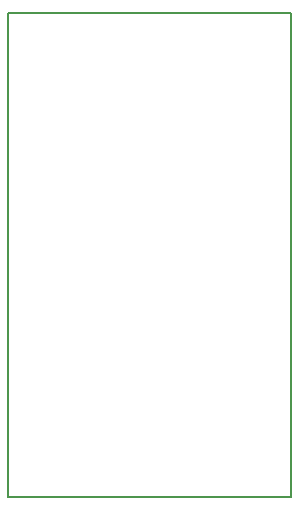
<source format=gm1>
G04 #@! TF.FileFunction,Profile,NP*
%FSLAX46Y46*%
G04 Gerber Fmt 4.6, Leading zero omitted, Abs format (unit mm)*
G04 Created by KiCad (PCBNEW 4.0.2-stable) date 12/11/2016 19:10:46*
%MOMM*%
G01*
G04 APERTURE LIST*
%ADD10C,0.100000*%
%ADD11C,0.150000*%
G04 APERTURE END LIST*
D10*
D11*
X168000000Y-60000000D02*
X144000000Y-60000000D01*
X144000000Y-19000000D02*
X144000000Y-60000000D01*
X168000000Y-19000000D02*
X168000000Y-60000000D01*
X144000000Y-19000000D02*
X168000000Y-19000000D01*
M02*

</source>
